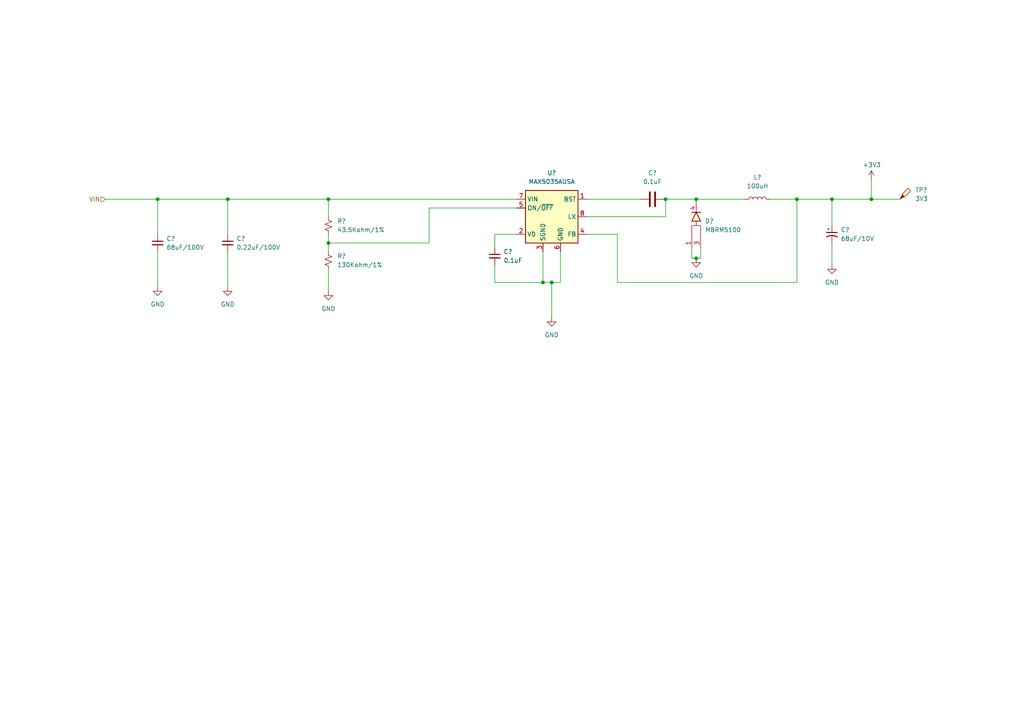
<source format=kicad_sch>
(kicad_sch (version 20210621) (generator eeschema)
  (paper "A4")
  (lib_symbols
    (symbol "Connector:Test_Point_Probe" (pin_numbers hide) (pin_names (offset 0.762) hide)
      (property "Reference" "TP" (at 1.651 5.842 0))
      (property "Value" "Test_Point_Probe" (at 1.651 4.064 0))
      (symbol "Test_Point_Probe_0_1"
        (polyline (pts (xy 1.27 0.762) (xy 0 0) (xy 0.762 1.27) (xy 1.27 0.762)) (fill (type outline)))
        (polyline (pts (xy 1.397 0.635) (xy 0.635 1.397) (xy 2.413 3.175) (xy 3.175 2.413) (xy 1.397 0.635)) (fill (type background)))
      )
      (symbol "Test_Point_Probe_1_1"
        (pin passive line (at 0 0 90) (length 0) (name "1") (number "1"))
      )
    )
    (symbol "Device:C" (pin_numbers hide) (pin_names (offset 0.254))
      (property "Reference" "C" (at 0.635 2.54 0))
      (property "Value" "C" (at 0.635 -2.54 0))
      (symbol "C_0_1"
        (polyline (pts (xy -2.032 -0.762) (xy 2.032 -0.762)) (stroke (width 0.508)))
        (polyline (pts (xy -2.032 0.762) (xy 2.032 0.762)) (stroke (width 0.508)))
      )
      (symbol "C_1_1"
        (pin passive line (at 0 3.81 270) (length 2.794) (name "~") (number "1"))
        (pin passive line (at 0 -3.81 90) (length 2.794) (name "~") (number "2"))
      )
    )
    (symbol "Device:C_Polarized_Small_US" (pin_numbers hide) (pin_names (offset 0.254) hide)
      (property "Reference" "C" (at 0.254 1.778 0))
      (property "Value" "C_Polarized_Small_US" (at 0.254 -2.032 0))
      (symbol "C_Polarized_Small_US_0_1"
        (arc (start -1.524 -0.762) (end 1.524 -0.762) (radius (at 0 -3.556) (length 3.175) (angles 118.6 61.4)) (stroke (width 0.3048)))
        (polyline (pts (xy -1.524 0.508) (xy 1.524 0.508)) (stroke (width 0.3048)))
        (polyline (pts (xy -1.27 1.524) (xy -0.762 1.524)))
        (polyline (pts (xy -1.016 1.27) (xy -1.016 1.778)))
      )
      (symbol "C_Polarized_Small_US_1_1"
        (pin passive line (at 0 2.54 270) (length 2.032) (name "~") (number "1"))
        (pin passive line (at 0 -2.54 90) (length 2.032) (name "~") (number "2"))
      )
    )
    (symbol "Device:C_Small" (pin_numbers hide) (pin_names (offset 0.254) hide)
      (property "Reference" "C" (at 0.254 1.778 0))
      (property "Value" "C_Small" (at 0.254 -2.032 0))
      (symbol "C_Small_0_1"
        (polyline (pts (xy -1.524 -0.508) (xy 1.524 -0.508)) (stroke (width 0.3302)))
        (polyline (pts (xy -1.524 0.508) (xy 1.524 0.508)) (stroke (width 0.3048)))
      )
      (symbol "C_Small_1_1"
        (pin passive line (at 0 2.54 270) (length 2.032) (name "~") (number "1"))
        (pin passive line (at 0 -2.54 90) (length 2.032) (name "~") (number "2"))
      )
    )
    (symbol "Device:L" (pin_numbers hide) (pin_names (offset 1.016) hide)
      (property "Reference" "L" (at -1.27 0 90))
      (property "Value" "L" (at 1.905 0 90))
      (symbol "L_0_1"
        (arc (start 0 -2.54) (end 0 -1.27) (radius (at 0 -1.905) (length 0.635) (angles -89.9 89.9)))
        (arc (start 0 -1.27) (end 0 0) (radius (at 0 -0.635) (length 0.635) (angles -89.9 89.9)))
        (arc (start 0 0) (end 0 1.27) (radius (at 0 0.635) (length 0.635) (angles -89.9 89.9)))
        (arc (start 0 1.27) (end 0 2.54) (radius (at 0 1.905) (length 0.635) (angles -89.9 89.9)))
      )
      (symbol "L_1_1"
        (pin passive line (at 0 3.81 270) (length 1.27) (name "1") (number "1"))
        (pin passive line (at 0 -3.81 90) (length 1.27) (name "2") (number "2"))
      )
    )
    (symbol "Device:R_Small_US" (pin_numbers hide) (pin_names (offset 0.254) hide)
      (property "Reference" "R" (at 0.762 0.508 0))
      (property "Value" "R_Small_US" (at 0.762 -1.016 0))
      (symbol "R_Small_US_1_1"
        (polyline (pts (xy 0 0) (xy 1.016 -0.381) (xy 0 -0.762) (xy -1.016 -1.143) (xy 0 -1.524)))
        (polyline (pts (xy 0 1.524) (xy 1.016 1.143) (xy 0 0.762) (xy -1.016 0.381) (xy 0 0)))
        (pin passive line (at 0 2.54 270) (length 1.016) (name "~") (number "1"))
        (pin passive line (at 0 -2.54 90) (length 1.016) (name "~") (number "2"))
      )
    )
    (symbol "Halfgelijders:diode4" (pin_names (offset 1.016))
      (property "Reference" "D" (at 2.54 3.81 0))
      (property "Value" "diode4" (at -5.08 2.54 0))
      (symbol "diode4_1_1"
        (polyline (pts (xy 0 3.81) (xy 0 2.54)))
        (polyline (pts (xy 1.27 6.35) (xy -1.27 6.35)) (stroke (width 0.254)))
        (polyline (pts (xy -1.27 -1.27) (xy -1.27 2.54) (xy 1.27 2.54) (xy 1.27 -1.27)))
        (polyline (pts (xy 1.27 3.81) (xy -1.27 3.81) (xy 0 6.35) (xy 1.27 3.81)) (stroke (width 0.254)) (fill (type background)))
        (pin input line (at -1.27 -3.81 90) (length 2.54) (name "~") (number "1"))
        (pin input line (at 1.27 -3.81 90) (length 2.54) (name "~") (number "3"))
        (pin input line (at 0 8.89 270) (length 2.54) (name "~") (number "4"))
      )
    )
    (symbol "Regulator_Switching:MAX5035AUSA"
      (property "Reference" "U" (at -7.62 8.89 0))
      (property "Value" "MAX5035AUSA" (at -2.54 8.89 0))
      (symbol "MAX5035AUSA_0_1"
        (rectangle (start -7.62 7.62) (end 7.62 -7.62) (stroke (width 0.254)) (fill (type background)))
      )
      (symbol "MAX5035AUSA_1_1"
        (pin passive line (at 10.16 5.08 180) (length 2.54) (name "BST") (number "1"))
        (pin passive line (at -10.16 -5.08 0) (length 2.54) (name "VD") (number "2"))
        (pin power_in line (at -2.54 -10.16 90) (length 2.54) (name "SGND") (number "3"))
        (pin input line (at 10.16 -5.08 180) (length 2.54) (name "FB") (number "4"))
        (pin input line (at -10.16 2.54 0) (length 2.54) (name "ON/~{OFF}") (number "5"))
        (pin power_in line (at 2.54 -10.16 90) (length 2.54) (name "GND") (number "6"))
        (pin power_in line (at -10.16 5.08 0) (length 2.54) (name "VIN") (number "7"))
        (pin output line (at 10.16 0 180) (length 2.54) (name "LX") (number "8"))
      )
    )
    (symbol "power:+3V3" (power) (pin_names (offset 0))
      (property "Value" "+3V3" (at 0 3.556 0))
      (symbol "+3V3_0_1"
        (polyline (pts (xy -0.762 1.27) (xy 0 2.54)))
        (polyline (pts (xy 0 0) (xy 0 2.54)))
        (polyline (pts (xy 0 2.54) (xy 0.762 1.27)))
      )
      (symbol "+3V3_1_1"
        (pin power_in line (at 0 0 90) (length 0) hide (name "+3V3") (number "1"))
      )
    )
    (symbol "power:GND" (power) (pin_names (offset 0))
      (property "Value" "GND" (at 0 -3.81 0))
      (symbol "GND_0_1"
        (polyline (pts (xy 0 0) (xy 0 -1.27) (xy 1.27 -1.27) (xy 0 -2.54) (xy -1.27 -1.27) (xy 0 -1.27)))
      )
      (symbol "GND_1_1"
        (pin power_in line (at 0 0 270) (length 0) hide (name "GND") (number "1"))
      )
    )
  )
  (junction (at 45.72 57.785) (diameter 0.9144))
  (junction (at 66.04 57.785) (diameter 0.9144))
  (junction (at 95.25 57.785) (diameter 0.9144))
  (junction (at 95.25 70.485) (diameter 0.9144))
  (junction (at 157.48 81.915) (diameter 0.9144))
  (junction (at 160.02 81.915) (diameter 0.9144))
  (junction (at 193.04 57.785) (diameter 0.9144))
  (junction (at 201.93 57.785) (diameter 0.9144))
  (junction (at 201.93 74.93) (diameter 0.9144))
  (junction (at 231.14 57.785) (diameter 0.9144))
  (junction (at 241.3 57.785) (diameter 0.9144))
  (junction (at 252.73 57.785) (diameter 0.9144))
  (wire (pts (xy 30.48 57.785) (xy 45.72 57.785)))
  (wire (pts (xy 45.72 57.785) (xy 45.72 67.945)))
  (wire (pts (xy 45.72 57.785) (xy 66.04 57.785)))
  (wire (pts (xy 45.72 73.025) (xy 45.72 83.185)))
  (wire (pts (xy 66.04 57.785) (xy 66.04 67.945)))
  (wire (pts (xy 66.04 57.785) (xy 95.25 57.785)))
  (wire (pts (xy 66.04 73.025) (xy 66.04 83.185)))
  (wire (pts (xy 95.25 57.785) (xy 95.25 62.865)))
  (wire (pts (xy 95.25 57.785) (xy 149.86 57.785)))
  (wire (pts (xy 95.25 67.945) (xy 95.25 70.485)))
  (wire (pts (xy 95.25 70.485) (xy 95.25 73.025)))
  (wire (pts (xy 95.25 78.105) (xy 95.25 84.455)))
  (wire (pts (xy 124.46 60.325) (xy 124.46 70.485)))
  (wire (pts (xy 124.46 70.485) (xy 95.25 70.485)))
  (wire (pts (xy 143.51 67.945) (xy 149.86 67.945)))
  (wire (pts (xy 143.51 71.755) (xy 143.51 67.945)))
  (wire (pts (xy 143.51 76.835) (xy 143.51 81.915)))
  (wire (pts (xy 143.51 81.915) (xy 157.48 81.915)))
  (wire (pts (xy 149.86 60.325) (xy 124.46 60.325)))
  (wire (pts (xy 157.48 81.915) (xy 157.48 73.025)))
  (wire (pts (xy 157.48 81.915) (xy 160.02 81.915)))
  (wire (pts (xy 160.02 81.915) (xy 162.56 81.915)))
  (wire (pts (xy 160.02 92.075) (xy 160.02 81.915)))
  (wire (pts (xy 162.56 81.915) (xy 162.56 73.025)))
  (wire (pts (xy 170.18 57.785) (xy 185.42 57.785)))
  (wire (pts (xy 170.18 62.865) (xy 193.04 62.865)))
  (wire (pts (xy 170.18 67.945) (xy 179.07 67.945)))
  (wire (pts (xy 179.07 67.945) (xy 179.07 81.915)))
  (wire (pts (xy 179.07 81.915) (xy 231.14 81.915)))
  (wire (pts (xy 193.04 57.785) (xy 201.93 57.785)))
  (wire (pts (xy 193.04 62.865) (xy 193.04 57.785)))
  (wire (pts (xy 200.66 74.93) (xy 200.66 71.755)))
  (wire (pts (xy 201.93 57.785) (xy 215.9 57.785)))
  (wire (pts (xy 201.93 59.055) (xy 201.93 57.785)))
  (wire (pts (xy 201.93 74.93) (xy 200.66 74.93)))
  (wire (pts (xy 201.93 74.93) (xy 203.2 74.93)))
  (wire (pts (xy 203.2 74.93) (xy 203.2 71.755)))
  (wire (pts (xy 231.14 57.785) (xy 223.52 57.785)))
  (wire (pts (xy 231.14 57.785) (xy 241.3 57.785)))
  (wire (pts (xy 231.14 81.915) (xy 231.14 57.785)))
  (wire (pts (xy 241.3 57.785) (xy 241.3 65.405)))
  (wire (pts (xy 241.3 57.785) (xy 252.73 57.785)))
  (wire (pts (xy 241.3 70.485) (xy 241.3 76.835)))
  (wire (pts (xy 252.73 52.07) (xy 252.73 57.785)))
  (wire (pts (xy 252.73 57.785) (xy 260.985 57.785)))
  (hierarchical_label "VIN" (shape input) (at 30.48 57.785 180))
  (symbol (lib_id "power:+3V3") (at 252.73 52.07 0) (unit 1)
    (property "Reference" "#PWR?" (effects hide))
    (property "Value" "+3V3" (at 250.19 47.8154 0) (effects (justify left)))
  )
  (symbol (lib_id "power:GND") (at 45.72 83.185 0) (unit 1)
    (property "Reference" "#PWR?" (effects hide))
    (property "Value" "GND" (at 45.72 88.265 0))
  )
  (symbol (lib_id "power:GND") (at 66.04 83.185 0) (unit 1)
    (property "Reference" "#PWR?" (effects hide))
    (property "Value" "GND" (at 66.04 88.265 0))
  )
  (symbol (lib_id "power:GND") (at 95.25 84.455 0) (unit 1)
    (property "Reference" "#PWR?" (effects hide))
    (property "Value" "GND" (at 95.25 89.535 0))
  )
  (symbol (lib_id "power:GND") (at 160.02 92.075 0) (unit 1)
    (property "Reference" "#PWR?" (effects hide))
    (property "Value" "GND" (at 160.02 97.155 0))
  )
  (symbol (lib_id "power:GND") (at 201.93 74.93 0) (unit 1)
    (property "Reference" "#PWR?" (effects hide))
    (property "Value" "GND" (at 201.93 80.01 0))
  )
  (symbol (lib_id "power:GND") (at 241.3 76.835 0) (unit 1)
    (property "Reference" "#PWR?" (effects hide))
    (property "Value" "GND" (at 241.3 81.915 0))
  )
  (symbol (lib_id "Device:L") (at 219.71 57.785 90) (unit 1)
    (property "Reference" "L?" (at 219.71 51.435 90))
    (property "Value" "100uH" (at 219.71 53.975 90))
    (property "Footprint" "vanalles:DO5022p" (effects hide))
  )
  (symbol (lib_id "Device:R_Small_US") (at 95.25 65.405 0) (unit 1)
    (property "Reference" "R?" (at 97.79 64.1349 0) (effects (justify left)))
    (property "Value" "43.5Kohm/1%" (at 97.79 66.6749 0) (effects (justify left)))
    (property "Footprint" "vanalles:0603" (effects hide))
  )
  (symbol (lib_id "Device:R_Small_US") (at 95.25 75.565 0) (unit 1)
    (property "Reference" "R?" (at 97.79 74.2949 0) (effects (justify left)))
    (property "Value" "130Kohm/1%" (at 97.79 76.8349 0) (effects (justify left)))
    (property "Footprint" "vanalles:0603" (effects hide))
  )
  (symbol (lib_id "Connector:Test_Point_Probe") (at 260.985 57.785 0) (unit 1)
    (property "Reference" "TP?" (at 265.43 55.1179 0) (effects (justify left)))
    (property "Value" "3V3" (at 265.43 57.6579 0) (effects (justify left)))
  )
  (symbol (lib_id "Device:C_Polarized_Small_US") (at 241.3 67.945 0) (unit 1)
    (property "Reference" "C?" (at 243.84 66.6749 0) (effects (justify left)))
    (property "Value" "68uF/10V" (at 243.84 69.2149 0) (effects (justify left)))
    (property "Footprint" "vanalles:CAPAE1030X1050D1200L350X90N" (effects hide))
  )
  (symbol (lib_id "Device:C_Small") (at 45.72 70.485 0) (unit 1)
    (property "Reference" "C?" (at 48.26 69.2149 0) (effects (justify left)))
    (property "Value" "68uF/100V" (at 48.26 71.7549 0) (effects (justify left)))
    (property "Footprint" "vanalles:CAPAE1030X1050D1200L350X90N" (effects hide))
  )
  (symbol (lib_id "Device:C_Small") (at 66.04 70.485 0) (unit 1)
    (property "Reference" "C?" (at 68.58 69.2149 0) (effects (justify left)))
    (property "Value" "0.22uF/100V" (at 68.58 71.7549 0) (effects (justify left)))
    (property "Footprint" "vanalles:CAPAE1030X1050D1200L350X90N" (effects hide))
  )
  (symbol (lib_id "Device:C_Small") (at 143.51 74.295 0) (unit 1)
    (property "Reference" "C?" (at 146.05 73.0249 0) (effects (justify left)))
    (property "Value" "0.1uF" (at 146.05 75.5649 0) (effects (justify left)))
    (property "Footprint" "vanalles:0603" (effects hide))
  )
  (symbol (lib_id "Device:C") (at 189.23 57.785 90) (unit 1)
    (property "Reference" "C?" (at 189.23 50.165 90))
    (property "Value" "0.1uF" (at 189.23 52.705 90))
    (property "Footprint" "vanalles:0603" (effects hide))
  )
  (symbol (lib_id "Halfgelijders:diode4") (at 201.93 67.945 0) (unit 1)
    (property "Reference" "D?" (at 204.47 64.1349 0) (effects (justify left)))
    (property "Value" "MBRM5100" (at 204.47 66.6749 0) (effects (justify left)))
    (property "Footprint" "halfgeleiders:DPAK" (effects hide))
  )
  (symbol (lib_id "Regulator_Switching:MAX5035AUSA") (at 160.02 62.865 0) (unit 1)
    (property "Reference" "U?" (at 160.02 50.165 0))
    (property "Value" "MAX5035AUSA" (at 160.02 52.705 0))
    (property "Footprint" "halfgeleiders:soic HV clearance" (effects hide))
    (property "Datasheet" "http://datasheets.maximintegrated.com/en/ds/MAX5035.pdf" (effects hide))
  )
)
</source>
